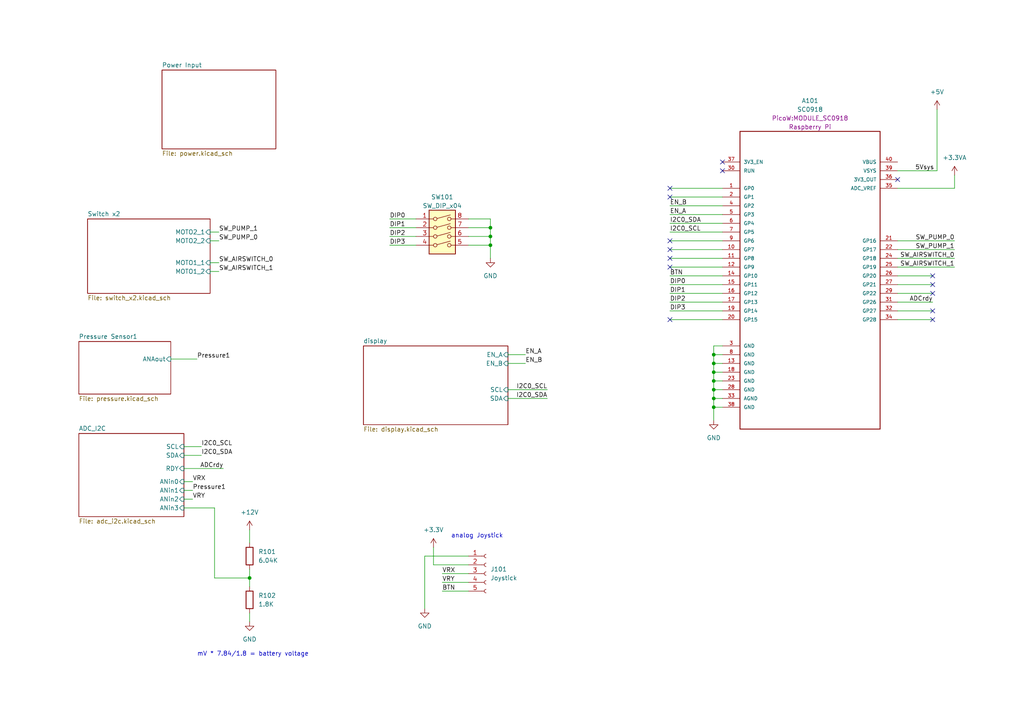
<source format=kicad_sch>
(kicad_sch (version 20230121) (generator eeschema)
  (paper "A4")
  (lib_symbols
    (symbol "Connector:Conn_01x05_Female" (pin_names (offset 1.016) hide)
      (property "Reference" "J" (at 0 7.62 0))
      (property "Value" "Conn_01x05_Female" (at 0 -7.62 0))
      (symbol "Conn_01x05_Female_1_1"
        (arc (start 0 -4.572) (mid -0.5058 -5.08) (end 0 -5.588) (stroke (width 0.1524)))
        (arc (start 0 -2.032) (mid -0.5058 -2.54) (end 0 -3.048) (stroke (width 0.1524)))
        (polyline (pts (xy -1.27 -5.08) (xy -0.508 -5.08)) (stroke (width 0.1524)))
        (polyline (pts (xy -1.27 -2.54) (xy -0.508 -2.54)) (stroke (width 0.1524)))
        (polyline (pts (xy -1.27 0) (xy -0.508 0)) (stroke (width 0.1524)))
        (polyline (pts (xy -1.27 2.54) (xy -0.508 2.54)) (stroke (width 0.1524)))
        (polyline (pts (xy -1.27 5.08) (xy -0.508 5.08)) (stroke (width 0.1524)))
        (arc (start 0 0.508) (mid -0.5058 0) (end 0 -0.508) (stroke (width 0.1524)))
        (arc (start 0 3.048) (mid -0.5058 2.54) (end 0 2.032) (stroke (width 0.1524)))
        (arc (start 0 5.588) (mid -0.5058 5.08) (end 0 4.572) (stroke (width 0.1524)))
        (pin passive line (at -5.08 5.08 0) (length 3.81) (name "Pin_1") (number "1"))
        (pin passive line (at -5.08 2.54 0) (length 3.81) (name "Pin_2") (number "2"))
        (pin passive line (at -5.08 0 0) (length 3.81) (name "Pin_3") (number "3"))
        (pin passive line (at -5.08 -2.54 0) (length 3.81) (name "Pin_4") (number "4"))
        (pin passive line (at -5.08 -5.08 0) (length 3.81) (name "Pin_5") (number "5"))
      )
    )
    (symbol "Device:R" (pin_numbers hide) (pin_names (offset 0))
      (property "Reference" "R" (at 2.032 0 90))
      (property "Value" "R" (at 0 0 90))
      (symbol "R_0_1"
        (rectangle (start -1.016 -2.54) (end 1.016 2.54) (stroke (width 0.254)))
      )
      (symbol "R_1_1"
        (pin passive line (at 0 3.81 270) (length 1.27) (name "~") (number "1"))
        (pin passive line (at 0 -3.81 90) (length 1.27) (name "~") (number "2"))
      )
    )
    (symbol "PicoW:SC0918" (pin_names (offset 1.016))
      (property "Reference" "A1" (at 0 58.42 0))
      (property "Value" "SC0918" (at 0 55.88 0))
      (property "Footprint" "Raspberry Pi:MODULE_SC0918" (at -12.7 -46.99 0))
      (property "manufacturer" "Raspberry Pi" (at 0 53.34 0))
      (symbol "SC0918_0_0"
        (rectangle (start -20.32 -43.18) (end 20.32 43.18) (stroke (width 0.254)))
        (pin bidirectional line (at -25.4 26.67 0) (length 5.08) (name "GP0") (number "1"))
        (pin bidirectional line (at -25.4 8.89 0) (length 5.08) (name "GP7") (number "10"))
        (pin bidirectional line (at -25.4 6.35 0) (length 5.08) (name "GP8") (number "11"))
        (pin bidirectional line (at -25.4 3.81 0) (length 5.08) (name "GP9") (number "12"))
        (pin power_in line (at -25.4 -24.13 0) (length 5.08) (name "GND") (number "13"))
        (pin bidirectional line (at -25.4 1.27 0) (length 5.08) (name "GP10") (number "14"))
        (pin bidirectional line (at -25.4 -1.27 0) (length 5.08) (name "GP11") (number "15"))
        (pin bidirectional line (at -25.4 -3.81 0) (length 5.08) (name "GP12") (number "16"))
        (pin bidirectional line (at -25.4 -6.35 0) (length 5.08) (name "GP13") (number "17"))
        (pin power_in line (at -25.4 -26.67 0) (length 5.08) (name "GND") (number "18"))
        (pin bidirectional line (at -25.4 -8.89 0) (length 5.08) (name "GP14") (number "19"))
        (pin bidirectional line (at -25.4 24.13 0) (length 5.08) (name "GP1") (number "2"))
        (pin bidirectional line (at -25.4 -11.43 0) (length 5.08) (name "GP15") (number "20"))
        (pin bidirectional line (at 25.4 11.43 180) (length 5.08) (name "GP16") (number "21"))
        (pin bidirectional line (at 25.4 8.89 180) (length 5.08) (name "GP17") (number "22"))
        (pin power_in line (at -25.4 -29.21 0) (length 5.08) (name "GND") (number "23"))
        (pin bidirectional line (at 25.4 6.35 180) (length 5.08) (name "GP18") (number "24"))
        (pin bidirectional line (at 25.4 3.81 180) (length 5.08) (name "GP19") (number "25"))
        (pin bidirectional line (at 25.4 1.27 180) (length 5.08) (name "GP20") (number "26"))
        (pin bidirectional line (at 25.4 -1.27 180) (length 5.08) (name "GP21") (number "27"))
        (pin power_in line (at -25.4 -31.75 0) (length 5.08) (name "GND") (number "28"))
        (pin bidirectional line (at 25.4 -3.81 180) (length 5.08) (name "GP22") (number "29"))
        (pin power_in line (at -25.4 -19.05 0) (length 5.08) (name "GND") (number "3"))
        (pin input line (at -25.4 31.75 0) (length 5.08) (name "RUN") (number "30"))
        (pin bidirectional line (at 25.4 -6.35 180) (length 5.08) (name "GP26") (number "31"))
        (pin bidirectional line (at 25.4 -8.89 180) (length 5.08) (name "GP27") (number "32"))
        (pin power_in line (at -25.4 -34.29 0) (length 5.08) (name "AGND") (number "33"))
        (pin bidirectional line (at 25.4 -11.43 180) (length 5.08) (name "GP28") (number "34"))
        (pin power_in line (at 25.4 26.67 180) (length 5.08) (name "ADC_VREF") (number "35"))
        (pin power_in line (at 25.4 29.21 180) (length 5.08) (name "3V3_OUT") (number "36"))
        (pin input line (at -25.4 34.29 0) (length 5.08) (name "3V3_EN") (number "37"))
        (pin power_in line (at -25.4 -36.83 0) (length 5.08) (name "GND") (number "38"))
        (pin free line (at 25.4 31.75 180) (length 5.08) (name "VSYS") (number "39"))
        (pin bidirectional line (at -25.4 21.59 0) (length 5.08) (name "GP2") (number "4"))
        (pin free line (at 25.4 34.29 180) (length 5.08) (name "VBUS") (number "40"))
        (pin bidirectional line (at -25.4 19.05 0) (length 5.08) (name "GP3") (number "5"))
        (pin bidirectional line (at -25.4 16.51 0) (length 5.08) (name "GP4") (number "6"))
        (pin bidirectional line (at -25.4 13.97 0) (length 5.08) (name "GP5") (number "7"))
        (pin power_in line (at -25.4 -21.59 0) (length 5.08) (name "GND") (number "8"))
        (pin bidirectional line (at -25.4 11.43 0) (length 5.08) (name "GP6") (number "9"))
      )
    )
    (symbol "Switch:SW_DIP_x04" (pin_names (offset 0) hide)
      (property "Reference" "SW" (at 0 8.89 0))
      (property "Value" "SW_DIP_x04" (at 0 -6.35 0))
      (symbol "SW_DIP_x04_0_0"
        (circle (center -2.032 -2.54) (radius 0.508))
        (circle (center -2.032 0) (radius 0.508))
        (circle (center -2.032 2.54) (radius 0.508))
        (circle (center -2.032 5.08) (radius 0.508))
        (polyline (pts (xy -1.524 -2.3876) (xy 2.3622 -1.3462)))
        (polyline (pts (xy -1.524 0.127) (xy 2.3622 1.1684)))
        (polyline (pts (xy -1.524 2.667) (xy 2.3622 3.7084)))
        (polyline (pts (xy -1.524 5.207) (xy 2.3622 6.2484)))
        (circle (center 2.032 -2.54) (radius 0.508))
        (circle (center 2.032 0) (radius 0.508))
        (circle (center 2.032 2.54) (radius 0.508))
        (circle (center 2.032 5.08) (radius 0.508))
      )
      (symbol "SW_DIP_x04_0_1"
        (rectangle (start -3.81 7.62) (end 3.81 -5.08) (stroke (width 0.254)) (fill (type background)))
      )
      (symbol "SW_DIP_x04_1_1"
        (pin passive line (at -7.62 5.08 0) (length 5.08) (name "~") (number "1"))
        (pin passive line (at -7.62 2.54 0) (length 5.08) (name "~") (number "2"))
        (pin passive line (at -7.62 0 0) (length 5.08) (name "~") (number "3"))
        (pin passive line (at -7.62 -2.54 0) (length 5.08) (name "~") (number "4"))
        (pin passive line (at 7.62 -2.54 180) (length 5.08) (name "~") (number "5"))
        (pin passive line (at 7.62 0 180) (length 5.08) (name "~") (number "6"))
        (pin passive line (at 7.62 2.54 180) (length 5.08) (name "~") (number "7"))
        (pin passive line (at 7.62 5.08 180) (length 5.08) (name "~") (number "8"))
      )
    )
    (symbol "power:+12V" (power) (pin_names (offset 0))
      (property "Value" "+12V" (at 0 3.556 0))
      (symbol "+12V_0_1"
        (polyline (pts (xy -0.762 1.27) (xy 0 2.54)))
        (polyline (pts (xy 0 0) (xy 0 2.54)))
        (polyline (pts (xy 0 2.54) (xy 0.762 1.27)))
      )
      (symbol "+12V_1_1"
        (pin power_in line (at 0 0 90) (length 0) hide (name "+12V") (number "1"))
      )
    )
    (symbol "power:+3.3V" (power) (pin_names (offset 0))
      (property "Value" "+3.3V" (at 0 3.556 0))
      (symbol "+3.3V_0_1"
        (polyline (pts (xy -0.762 1.27) (xy 0 2.54)))
        (polyline (pts (xy 0 0) (xy 0 2.54)))
        (polyline (pts (xy 0 2.54) (xy 0.762 1.27)))
      )
      (symbol "+3.3V_1_1"
        (pin power_in line (at 0 0 90) (length 0) hide (name "+3.3V") (number "1"))
      )
    )
    (symbol "power:+3.3VA" (power) (pin_names (offset 0))
      (property "Value" "+3.3VA" (at 0 3.556 0))
      (symbol "+3.3VA_0_1"
        (polyline (pts (xy -0.762 1.27) (xy 0 2.54)))
        (polyline (pts (xy 0 0) (xy 0 2.54)))
        (polyline (pts (xy 0 2.54) (xy 0.762 1.27)))
      )
      (symbol "+3.3VA_1_1"
        (pin power_in line (at 0 0 90) (length 0) hide (name "+3.3VA") (number "1"))
      )
    )
    (symbol "power:+5V" (power) (pin_names (offset 0))
      (property "Value" "+5V" (at 0 3.556 0))
      (symbol "+5V_0_1"
        (polyline (pts (xy -0.762 1.27) (xy 0 2.54)))
        (polyline (pts (xy 0 0) (xy 0 2.54)))
        (polyline (pts (xy 0 2.54) (xy 0.762 1.27)))
      )
      (symbol "+5V_1_1"
        (pin power_in line (at 0 0 90) (length 0) hide (name "+5V") (number "1"))
      )
    )
    (symbol "power:GND" (power) (pin_names (offset 0))
      (property "Value" "GND" (at 0 -3.81 0))
      (symbol "GND_0_1"
        (polyline (pts (xy 0 0) (xy 0 -1.27) (xy 1.27 -1.27) (xy 0 -2.54) (xy -1.27 -1.27) (xy 0 -1.27)))
      )
      (symbol "GND_1_1"
        (pin power_in line (at 0 0 270) (length 0) hide (name "GND") (number "1"))
      )
    )
  )
  (junction (at 142.24 71.12))
  (junction (at 207.01 115.57))
  (junction (at 207.01 102.87))
  (junction (at 207.01 118.11))
  (junction (at 142.24 66.04))
  (junction (at 207.01 113.03))
  (junction (at 207.01 107.95))
  (junction (at 72.39 167.64))
  (junction (at 207.01 105.41))
  (junction (at 207.01 110.49))
  (junction (at 142.24 68.58))
  (no_connect (at 270.51 80.01))
  (no_connect (at 194.31 69.85))
  (no_connect (at 270.51 82.55))
  (no_connect (at 194.31 57.15))
  (no_connect (at 194.31 92.71))
  (no_connect (at 260.35 52.07))
  (no_connect (at 270.51 85.09))
  (no_connect (at 209.55 46.99))
  (no_connect (at 194.31 77.47))
  (no_connect (at 194.31 54.61))
  (no_connect (at 270.51 90.17))
  (no_connect (at 209.55 49.53))
  (no_connect (at 194.31 74.93))
  (no_connect (at 270.51 92.71))
  (no_connect (at 194.31 72.39))
  (wire (pts (xy 207.01 115.57) (xy 209.55 115.57)))
  (wire (pts (xy 194.31 57.15) (xy 209.55 57.15)))
  (wire (pts (xy 62.23 147.32) (xy 62.23 167.64)))
  (wire (pts (xy 147.32 102.87) (xy 152.4 102.87)))
  (wire (pts (xy 207.01 107.95) (xy 207.01 105.41)))
  (wire (pts (xy 276.86 50.8) (xy 276.86 54.61)))
  (wire (pts (xy 147.32 113.03) (xy 158.75 113.03)))
  (wire (pts (xy 135.89 71.12) (xy 142.24 71.12)))
  (wire (pts (xy 125.73 158.75) (xy 125.73 163.83)))
  (wire (pts (xy 260.35 80.01) (xy 270.51 80.01)))
  (wire (pts (xy 194.31 85.09) (xy 209.55 85.09)))
  (wire (pts (xy 194.31 54.61) (xy 209.55 54.61)))
  (wire (pts (xy 207.01 121.92) (xy 207.01 118.11)))
  (wire (pts (xy 142.24 66.04) (xy 142.24 68.58)))
  (wire (pts (xy 260.35 77.47) (xy 276.86 77.47)))
  (wire (pts (xy 207.01 105.41) (xy 209.55 105.41)))
  (wire (pts (xy 147.32 115.57) (xy 158.75 115.57)))
  (wire (pts (xy 260.35 82.55) (xy 270.51 82.55)))
  (wire (pts (xy 49.53 104.14) (xy 57.15 104.14)))
  (wire (pts (xy 135.89 63.5) (xy 142.24 63.5)))
  (wire (pts (xy 60.96 67.31) (xy 63.5 67.31)))
  (wire (pts (xy 53.34 132.08) (xy 58.42 132.08)))
  (wire (pts (xy 207.01 100.33) (xy 209.55 100.33)))
  (wire (pts (xy 194.31 90.17) (xy 209.55 90.17)))
  (wire (pts (xy 260.35 85.09) (xy 270.51 85.09)))
  (wire (pts (xy 142.24 63.5) (xy 142.24 66.04)))
  (wire (pts (xy 207.01 110.49) (xy 209.55 110.49)))
  (wire (pts (xy 113.03 66.04) (xy 120.65 66.04)))
  (wire (pts (xy 207.01 113.03) (xy 209.55 113.03)))
  (wire (pts (xy 194.31 77.47) (xy 209.55 77.47)))
  (wire (pts (xy 53.34 147.32) (xy 62.23 147.32)))
  (wire (pts (xy 53.34 144.78) (xy 55.88 144.78)))
  (wire (pts (xy 142.24 68.58) (xy 142.24 71.12)))
  (wire (pts (xy 128.27 171.45) (xy 135.89 171.45)))
  (wire (pts (xy 142.24 71.12) (xy 142.24 74.93)))
  (wire (pts (xy 260.35 90.17) (xy 270.51 90.17)))
  (wire (pts (xy 60.96 76.2) (xy 63.5 76.2)))
  (wire (pts (xy 207.01 102.87) (xy 209.55 102.87)))
  (wire (pts (xy 207.01 107.95) (xy 207.01 110.49)))
  (wire (pts (xy 72.39 165.1) (xy 72.39 167.64)))
  (wire (pts (xy 72.39 167.64) (xy 72.39 170.18)))
  (wire (pts (xy 260.35 54.61) (xy 276.86 54.61)))
  (wire (pts (xy 260.35 69.85) (xy 276.86 69.85)))
  (wire (pts (xy 194.31 62.23) (xy 209.55 62.23)))
  (wire (pts (xy 123.19 161.29) (xy 123.19 176.53)))
  (wire (pts (xy 207.01 107.95) (xy 209.55 107.95)))
  (wire (pts (xy 113.03 71.12) (xy 120.65 71.12)))
  (wire (pts (xy 72.39 153.67) (xy 72.39 157.48)))
  (wire (pts (xy 194.31 67.31) (xy 209.55 67.31)))
  (wire (pts (xy 113.03 68.58) (xy 120.65 68.58)))
  (wire (pts (xy 260.35 72.39) (xy 276.86 72.39)))
  (wire (pts (xy 53.34 139.7) (xy 55.88 139.7)))
  (wire (pts (xy 194.31 64.77) (xy 209.55 64.77)))
  (wire (pts (xy 72.39 177.8) (xy 72.39 180.34)))
  (wire (pts (xy 147.32 105.41) (xy 152.4 105.41)))
  (wire (pts (xy 135.89 66.04) (xy 142.24 66.04)))
  (wire (pts (xy 62.23 167.64) (xy 72.39 167.64)))
  (wire (pts (xy 194.31 74.93) (xy 209.55 74.93)))
  (wire (pts (xy 194.31 92.71) (xy 209.55 92.71)))
  (wire (pts (xy 271.78 31.75) (xy 271.78 49.53)))
  (wire (pts (xy 135.89 68.58) (xy 142.24 68.58)))
  (wire (pts (xy 260.35 49.53) (xy 271.78 49.53)))
  (wire (pts (xy 125.73 163.83) (xy 135.89 163.83)))
  (wire (pts (xy 60.96 78.74) (xy 63.5 78.74)))
  (wire (pts (xy 260.35 87.63) (xy 270.51 87.63)))
  (wire (pts (xy 123.19 161.29) (xy 135.89 161.29)))
  (wire (pts (xy 207.01 118.11) (xy 209.55 118.11)))
  (wire (pts (xy 207.01 118.11) (xy 207.01 115.57)))
  (wire (pts (xy 128.27 166.37) (xy 135.89 166.37)))
  (wire (pts (xy 128.27 168.91) (xy 135.89 168.91)))
  (wire (pts (xy 260.35 92.71) (xy 270.51 92.71)))
  (wire (pts (xy 207.01 115.57) (xy 207.01 113.03)))
  (wire (pts (xy 207.01 105.41) (xy 207.01 102.87)))
  (wire (pts (xy 194.31 82.55) (xy 209.55 82.55)))
  (wire (pts (xy 60.96 69.85) (xy 63.5 69.85)))
  (wire (pts (xy 53.34 142.24) (xy 55.88 142.24)))
  (wire (pts (xy 53.34 135.89) (xy 64.77 135.89)))
  (wire (pts (xy 53.34 129.54) (xy 58.42 129.54)))
  (wire (pts (xy 194.31 72.39) (xy 209.55 72.39)))
  (wire (pts (xy 207.01 102.87) (xy 207.01 100.33)))
  (wire (pts (xy 194.31 59.69) (xy 209.55 59.69)))
  (wire (pts (xy 260.35 74.93) (xy 276.86 74.93)))
  (wire (pts (xy 194.31 87.63) (xy 209.55 87.63)))
  (wire (pts (xy 194.31 69.85) (xy 209.55 69.85)))
  (wire (pts (xy 113.03 63.5) (xy 120.65 63.5)))
  (wire (pts (xy 207.01 110.49) (xy 207.01 113.03)))
  (wire (pts (xy 194.31 80.01) (xy 209.55 80.01)))
  (text "mV * 7.84/1.8 = battery voltage" (at 57.15 190.5 0) (effects (font (size 1.27 1.27)) (justify left bottom)))
  (text "analog Joystick" (at 130.81 156.21 0) (effects (font (size 1.27 1.27)) (justify left bottom)))
  (label "DIP3" (at 194.31 90.17 0))
  (label "DIP0" (at 113.03 63.5 0))
  (label "I2C0_SCL" (at 58.42 129.54 0))
  (label "BTN" (at 128.27 171.45 0))
  (label "Pressure1" (at 55.88 142.24 0))
  (label "SW_PUMP_1" (at 63.5 67.31 0))
  (label "VRY" (at 55.88 144.78 0))
  (label "Pressure1" (at 57.15 104.14 0))
  (label "I2C0_SCL" (at 194.31 67.31 0))
  (label "DIP0" (at 194.31 82.55 0))
  (label "SW_AIRSWITCH_1" (at 276.86 77.47 180))
  (label "EN_B" (at 152.4 105.41 0))
  (label "5Vsys" (at 265.43 49.53 0))
  (label "SW_AIRSWITCH_1" (at 63.5 78.74 0))
  (label "SW_AIRSWITCH_0" (at 276.86 74.93 180))
  (label "ADCrdy" (at 64.77 135.89 180))
  (label "I2C0_SCL" (at 158.75 113.03 180))
  (label "DIP3" (at 113.03 71.12 0))
  (label "DIP1" (at 194.31 85.09 0))
  (label "SW_PUMP_1" (at 276.86 72.39 180))
  (label "VRX" (at 128.27 166.37 0))
  (label "VRX" (at 55.88 139.7 0))
  (label "SW_PUMP_0" (at 63.5 69.85 0))
  (label "I2C0_SDA" (at 158.75 115.57 180))
  (label "DIP2" (at 194.31 87.63 0))
  (label "DIP2" (at 113.03 68.58 0))
  (label "ADCrdy" (at 270.51 87.63 180))
  (label "SW_AIRSWITCH_0" (at 63.5 76.2 0))
  (label "SW_PUMP_0" (at 276.86 69.85 180))
  (label "DIP1" (at 113.03 66.04 0))
  (label "EN_A" (at 194.31 62.23 0))
  (label "EN_B" (at 194.31 59.69 0))
  (label "BTN" (at 194.31 80.01 0))
  (label "I2C0_SDA" (at 58.42 132.08 0))
  (label "I2C0_SDA" (at 194.31 64.77 0))
  (label "EN_A" (at 152.4 102.87 0))
  (label "VRY" (at 128.27 168.91 0))
  (symbol (lib_id "PicoW:SC0918") (at 234.95 81.28 0) (unit 1)
    (property "Reference" "A101" (at 234.95 29.21 0))
    (property "Value" "SC0918" (at 234.95 31.75 0))
    (property "Footprint" "PicoW:MODULE_SC0918" (at 234.95 34.29 0))
    (property "Datasheet" "https://datasheets.raspberrypi.com/picow/pico-w-datasheet.pdf" (effects hide))
    (property "manufacturer" "Raspberry Pi" (at 234.95 36.83 0))
    (property "P/N" "SC0918" (effects hide))
    (property "PARTREV" "1.6" (effects hide))
    (property "MAXIMUM_PACKAGE_HEIGHT" "3.73mm" (effects hide))
  )
  (symbol (lib_id "power:+3.3VA") (at 276.86 50.8 0) (unit 1)
    (property "Reference" "#PWR0104" (effects hide))
    (property "Value" "+3.3VA" (at 276.86 45.72 0))
  )
  (symbol (lib_id "power:+5V") (at 271.78 31.75 0) (unit 1)
    (property "Reference" "#PWR0102" (effects hide))
    (property "Value" "+5V" (at 271.78 26.67 0))
  )
  (symbol (lib_id "Device:R") (at 72.39 173.99 0) (unit 1)
    (property "Reference" "R102" (at 74.93 172.7199 0) (effects (justify left)))
    (property "Value" "1.8K" (at 74.93 175.2599 0) (effects (justify left)))
    (property "Footprint" "Resistor_SMD:R_0402_1005Metric" (effects hide))
    (property "LCSC" "C852621" (effects hide))
    (property "Part" "0402WGF2001TCE" (effects hide))
  )
  (symbol (lib_id "Connector:Conn_01x05_Female") (at 140.97 166.37 0) (unit 1)
    (property "Reference" "J101" (at 142.24 165.0999 0) (effects (justify left)))
    (property "Value" "Joystick" (at 142.24 167.6399 0) (effects (justify left)))
    (property "Footprint" "Connector_PinHeader_2.54mm:PinHeader_1x05_P2.54mm_Vertical" (effects hide))
  )
  (symbol (lib_id "power:+12V") (at 72.39 153.67 0) (unit 1)
    (property "Reference" "#PWR0111" (effects hide))
    (property "Value" "+12V" (at 72.39 148.59 0))
  )
  (symbol (lib_id "power:GND") (at 72.39 180.34 0) (unit 1)
    (property "Reference" "#PWR0109" (effects hide))
    (property "Value" "GND" (at 72.39 185.42 0))
  )
  (symbol (lib_id "power:GND") (at 142.24 74.93 0) (unit 1)
    (property "Reference" "#PWR0105" (effects hide))
    (property "Value" "GND" (at 142.24 80.01 0))
  )
  (symbol (lib_id "power:GND") (at 207.01 121.92 0) (unit 1)
    (property "Reference" "#PWR0106" (effects hide))
    (property "Value" "GND" (at 207.01 127 0))
  )
  (symbol (lib_id "Device:R") (at 72.39 161.29 0) (unit 1)
    (property "Reference" "R101" (at 74.93 160.0199 0) (effects (justify left)))
    (property "Value" "6.04K" (at 74.93 162.5599 0) (effects (justify left)))
    (property "Footprint" "Resistor_SMD:R_0402_1005Metric" (effects hide))
    (property "LCSC" "C852895" (effects hide))
    (property "Part" "0402WGF2001TCE" (effects hide))
  )
  (symbol (lib_id "power:+3.3V") (at 125.73 158.75 0) (unit 1)
    (property "Reference" "#PWR0101" (effects hide))
    (property "Value" "+3.3V" (at 125.73 153.67 0))
  )
  (symbol (lib_id "Switch:SW_DIP_x04") (at 128.27 68.58 0) (unit 1)
    (property "Reference" "SW101" (at 128.27 57.15 0))
    (property "Value" "SW_DIP_x04" (at 128.27 59.69 0))
    (property "Footprint" "Button_Switch_SMD:SW_DIP_SPSTx04_Slide_Copal_CHS-04B_W7.62mm_P1.27mm" (effects hide))
    (property "LCSC" "C845385" (effects hide))
  )
  (symbol (lib_id "power:GND") (at 123.19 176.53 0) (unit 1)
    (property "Reference" "#PWR0103" (effects hide))
    (property "Value" "GND" (at 123.19 181.61 0))
  )
  (sheet (at 25.4 63.5) (size 35.56 21.59) (stroke (width 0.1524))
    (property "Sheetname" "Switch x2" (at 25.4 62.7884 0) (effects (justify left bottom)))
    (property "Sheetfile" "switch_x2.kicad_sch" (at 25.4 85.6746 0) (effects (justify left top)))
    (pin "MOTO2_1" input (at 60.96 67.31 0))
    (pin "MOTO2_2" input (at 60.96 69.85 0))
    (pin "MOTO1_1" input (at 60.96 76.2 0))
    (pin "MOTO1_2" input (at 60.96 78.74 0))
  )
  (sheet (at 105.41 100.33) (size 41.91 22.86) (stroke (width 0.1524))
    (property "Sheetname" "display" (at 105.41 99.6184 0) (effects (justify left bottom)))
    (property "Sheetfile" "display.kicad_sch" (at 105.41 123.7746 0) (effects (justify left top)))
    (pin "EN_A" input (at 147.32 102.87 0))
    (pin "SCL" input (at 147.32 113.03 0))
    (pin "SDA" input (at 147.32 115.57 0))
    (pin "EN_B" input (at 147.32 105.41 0))
  )
  (sheet (at 22.86 99.06) (size 26.67 15.24) (stroke (width 0.1524))
    (property "Sheetname" "Pressure Sensor1" (at 22.86 98.3484 0) (effects (justify left bottom)))
    (property "Sheetfile" "pressure.kicad_sch" (at 22.86 114.8846 0) (effects (justify left top)))
    (pin "ANAout" input (at 49.53 104.14 0))
  )
  (sheet (at 46.99 20.32) (size 33.02 22.86) (stroke (width 0.1524))
    (property "Sheetname" "Power Input" (at 46.99 19.6084 0) (effects (justify left bottom)))
    (property "Sheetfile" "power.kicad_sch" (at 46.99 43.7646 0) (effects (justify left top)))
  )
  (sheet (at 22.86 125.73) (size 30.48 24.13) (stroke (width 0.1524))
    (property "Sheetname" "ADC_I2C" (at 22.86 125.0184 0) (effects (justify left bottom)))
    (property "Sheetfile" "adc_i2c.kicad_sch" (at 22.86 150.4446 0) (effects (justify left top)))
    (pin "SCL" input (at 53.34 129.54 0))
    (pin "SDA" input (at 53.34 132.08 0))
    (pin "RDY" input (at 53.34 135.89 0))
    (pin "ANin0" input (at 53.34 139.7 0))
    (pin "ANin1" input (at 53.34 142.24 0))
    (pin "ANin2" input (at 53.34 144.78 0))
    (pin "ANin3" input (at 53.34 147.32 0))
  )
)
</source>
